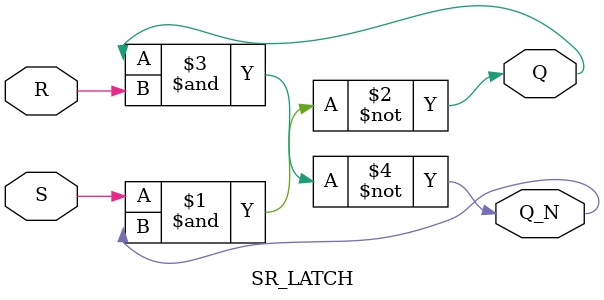
<source format=v>
`timescale 1ns / 1ps
module SR_LATCH(
input wire S,R,
output wire Q,Q_N
    );
    assign Q=~(S&Q_N);
    assign Q_N=~(Q&R);
endmodule

</source>
